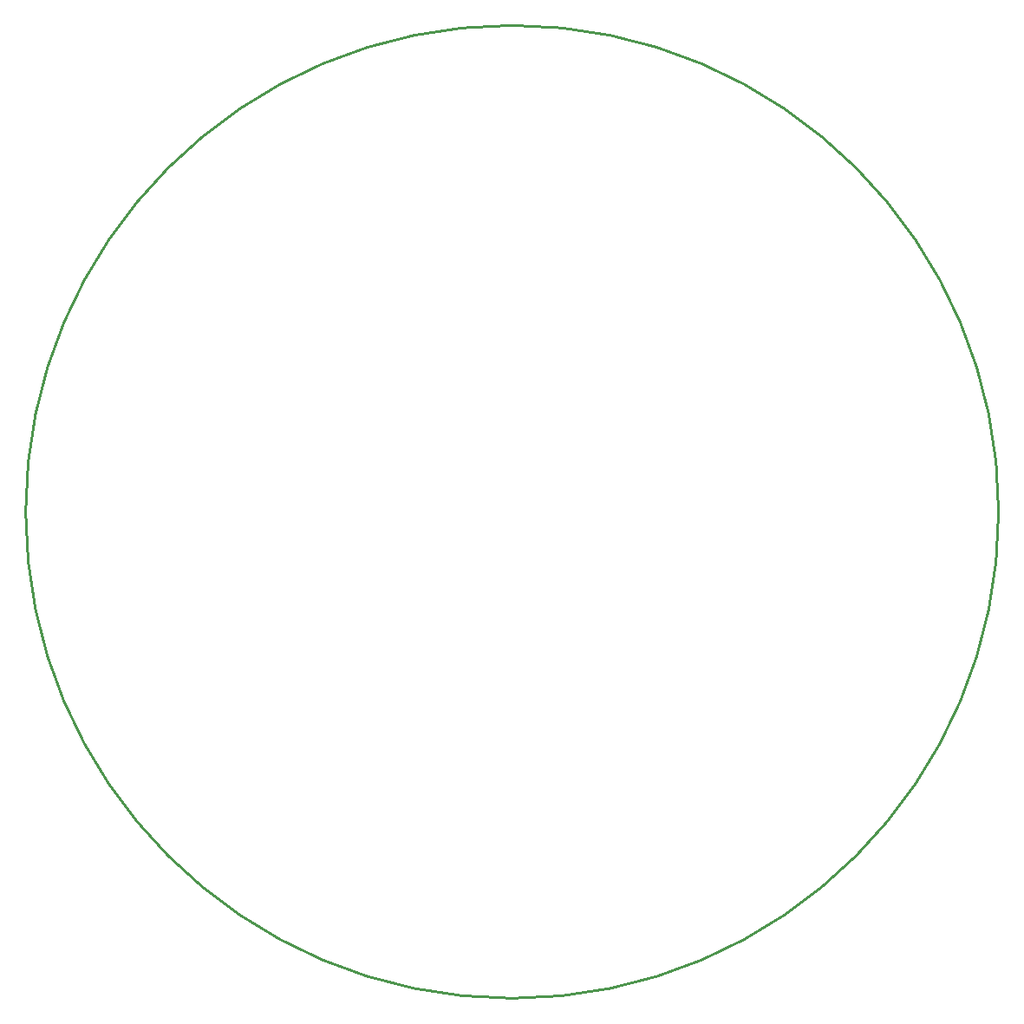
<source format=gko>
G04 Layer_Color=16711935*
%FSLAX25Y25*%
%MOIN*%
G70*
G01*
G75*
%ADD24C,0.01000*%
D24*
X187008Y0D02*
G03*
X187008Y0I-187008J0D01*
G01*
M02*

</source>
